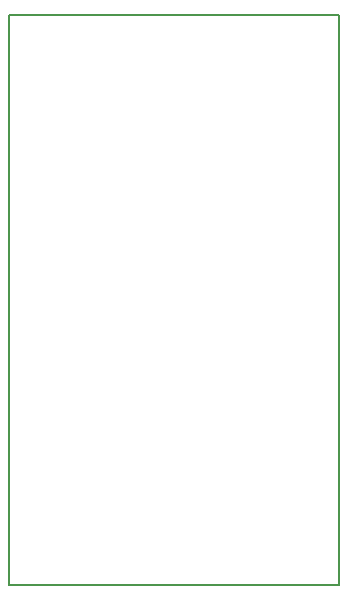
<source format=gm1>
G04 #@! TF.FileFunction,Profile,NP*
%FSLAX46Y46*%
G04 Gerber Fmt 4.6, Leading zero omitted, Abs format (unit mm)*
G04 Created by KiCad (PCBNEW 4.0.7-e2-6376~60~ubuntu17.10.1) date Sun Mar  4 19:18:17 2018*
%MOMM*%
%LPD*%
G01*
G04 APERTURE LIST*
%ADD10C,0.100000*%
%ADD11C,0.150000*%
G04 APERTURE END LIST*
D10*
D11*
X162560000Y-132080000D02*
X162560000Y-83820000D01*
X134620000Y-132080000D02*
X162560000Y-132080000D01*
X134620000Y-83820000D02*
X134620000Y-132080000D01*
X162560000Y-83820000D02*
X134620000Y-83820000D01*
M02*

</source>
